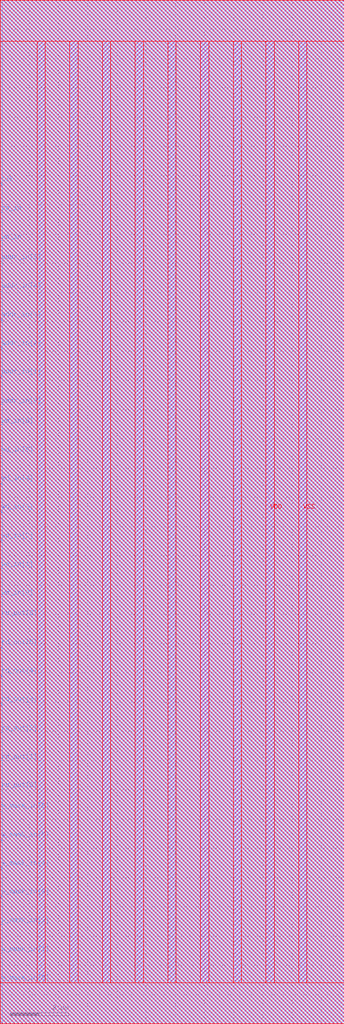
<source format=lef>
VERSION 5.7 ;
BUSBITCHARS "[]" ;
MACRO fakeram45_64x7
  FOREIGN fakeram45_64x7 0 0 ;
  SYMMETRY X Y R90 ;
  SIZE 11.780 BY 35.000 ;
  CLASS BLOCK ;
  PIN w_mask_in[0]
    DIRECTION INPUT ;
    USE SIGNAL ;
    SHAPE ABUTMENT ;
    PORT
      LAYER metal3 ;
      RECT 0.000 1.365 0.070 1.435 ;
    END
  END w_mask_in[0]
  PIN w_mask_in[1]
    DIRECTION INPUT ;
    USE SIGNAL ;
    SHAPE ABUTMENT ;
    PORT
      LAYER metal3 ;
      RECT 0.000 2.345 0.070 2.415 ;
    END
  END w_mask_in[1]
  PIN w_mask_in[2]
    DIRECTION INPUT ;
    USE SIGNAL ;
    SHAPE ABUTMENT ;
    PORT
      LAYER metal3 ;
      RECT 0.000 3.325 0.070 3.395 ;
    END
  END w_mask_in[2]
  PIN w_mask_in[3]
    DIRECTION INPUT ;
    USE SIGNAL ;
    SHAPE ABUTMENT ;
    PORT
      LAYER metal3 ;
      RECT 0.000 4.305 0.070 4.375 ;
    END
  END w_mask_in[3]
  PIN w_mask_in[4]
    DIRECTION INPUT ;
    USE SIGNAL ;
    SHAPE ABUTMENT ;
    PORT
      LAYER metal3 ;
      RECT 0.000 5.285 0.070 5.355 ;
    END
  END w_mask_in[4]
  PIN w_mask_in[5]
    DIRECTION INPUT ;
    USE SIGNAL ;
    SHAPE ABUTMENT ;
    PORT
      LAYER metal3 ;
      RECT 0.000 6.265 0.070 6.335 ;
    END
  END w_mask_in[5]
  PIN w_mask_in[6]
    DIRECTION INPUT ;
    USE SIGNAL ;
    SHAPE ABUTMENT ;
    PORT
      LAYER metal3 ;
      RECT 0.000 7.245 0.070 7.315 ;
    END
  END w_mask_in[6]
  PIN rd_out[0]
    DIRECTION OUTPUT ;
    USE SIGNAL ;
    SHAPE ABUTMENT ;
    PORT
      LAYER metal3 ;
      RECT 0.000 7.945 0.070 8.015 ;
    END
  END rd_out[0]
  PIN rd_out[1]
    DIRECTION OUTPUT ;
    USE SIGNAL ;
    SHAPE ABUTMENT ;
    PORT
      LAYER metal3 ;
      RECT 0.000 8.925 0.070 8.995 ;
    END
  END rd_out[1]
  PIN rd_out[2]
    DIRECTION OUTPUT ;
    USE SIGNAL ;
    SHAPE ABUTMENT ;
    PORT
      LAYER metal3 ;
      RECT 0.000 9.905 0.070 9.975 ;
    END
  END rd_out[2]
  PIN rd_out[3]
    DIRECTION OUTPUT ;
    USE SIGNAL ;
    SHAPE ABUTMENT ;
    PORT
      LAYER metal3 ;
      RECT 0.000 10.885 0.070 10.955 ;
    END
  END rd_out[3]
  PIN rd_out[4]
    DIRECTION OUTPUT ;
    USE SIGNAL ;
    SHAPE ABUTMENT ;
    PORT
      LAYER metal3 ;
      RECT 0.000 11.865 0.070 11.935 ;
    END
  END rd_out[4]
  PIN rd_out[5]
    DIRECTION OUTPUT ;
    USE SIGNAL ;
    SHAPE ABUTMENT ;
    PORT
      LAYER metal3 ;
      RECT 0.000 12.845 0.070 12.915 ;
    END
  END rd_out[5]
  PIN rd_out[6]
    DIRECTION OUTPUT ;
    USE SIGNAL ;
    SHAPE ABUTMENT ;
    PORT
      LAYER metal3 ;
      RECT 0.000 13.825 0.070 13.895 ;
    END
  END rd_out[6]
  PIN wd_in[0]
    DIRECTION INPUT ;
    USE SIGNAL ;
    SHAPE ABUTMENT ;
    PORT
      LAYER metal3 ;
      RECT 0.000 14.525 0.070 14.595 ;
    END
  END wd_in[0]
  PIN wd_in[1]
    DIRECTION INPUT ;
    USE SIGNAL ;
    SHAPE ABUTMENT ;
    PORT
      LAYER metal3 ;
      RECT 0.000 15.505 0.070 15.575 ;
    END
  END wd_in[1]
  PIN wd_in[2]
    DIRECTION INPUT ;
    USE SIGNAL ;
    SHAPE ABUTMENT ;
    PORT
      LAYER metal3 ;
      RECT 0.000 16.485 0.070 16.555 ;
    END
  END wd_in[2]
  PIN wd_in[3]
    DIRECTION INPUT ;
    USE SIGNAL ;
    SHAPE ABUTMENT ;
    PORT
      LAYER metal3 ;
      RECT 0.000 17.465 0.070 17.535 ;
    END
  END wd_in[3]
  PIN wd_in[4]
    DIRECTION INPUT ;
    USE SIGNAL ;
    SHAPE ABUTMENT ;
    PORT
      LAYER metal3 ;
      RECT 0.000 18.445 0.070 18.515 ;
    END
  END wd_in[4]
  PIN wd_in[5]
    DIRECTION INPUT ;
    USE SIGNAL ;
    SHAPE ABUTMENT ;
    PORT
      LAYER metal3 ;
      RECT 0.000 19.425 0.070 19.495 ;
    END
  END wd_in[5]
  PIN wd_in[6]
    DIRECTION INPUT ;
    USE SIGNAL ;
    SHAPE ABUTMENT ;
    PORT
      LAYER metal3 ;
      RECT 0.000 20.405 0.070 20.475 ;
    END
  END wd_in[6]
  PIN addr_in[0]
    DIRECTION INPUT ;
    USE SIGNAL ;
    SHAPE ABUTMENT ;
    PORT
      LAYER metal3 ;
      RECT 0.000 21.105 0.070 21.175 ;
    END
  END addr_in[0]
  PIN addr_in[1]
    DIRECTION INPUT ;
    USE SIGNAL ;
    SHAPE ABUTMENT ;
    PORT
      LAYER metal3 ;
      RECT 0.000 22.085 0.070 22.155 ;
    END
  END addr_in[1]
  PIN addr_in[2]
    DIRECTION INPUT ;
    USE SIGNAL ;
    SHAPE ABUTMENT ;
    PORT
      LAYER metal3 ;
      RECT 0.000 23.065 0.070 23.135 ;
    END
  END addr_in[2]
  PIN addr_in[3]
    DIRECTION INPUT ;
    USE SIGNAL ;
    SHAPE ABUTMENT ;
    PORT
      LAYER metal3 ;
      RECT 0.000 24.045 0.070 24.115 ;
    END
  END addr_in[3]
  PIN addr_in[4]
    DIRECTION INPUT ;
    USE SIGNAL ;
    SHAPE ABUTMENT ;
    PORT
      LAYER metal3 ;
      RECT 0.000 25.025 0.070 25.095 ;
    END
  END addr_in[4]
  PIN addr_in[5]
    DIRECTION INPUT ;
    USE SIGNAL ;
    SHAPE ABUTMENT ;
    PORT
      LAYER metal3 ;
      RECT 0.000 26.005 0.070 26.075 ;
    END
  END addr_in[5]
  PIN we_in
    DIRECTION INPUT ;
    USE SIGNAL ;
    SHAPE ABUTMENT ;
    PORT
      LAYER metal3 ;
      RECT 0.000 26.705 0.070 26.775 ;
    END
  END we_in
  PIN ce_in
    DIRECTION INPUT ;
    USE SIGNAL ;
    SHAPE ABUTMENT ;
    PORT
      LAYER metal3 ;
      RECT 0.000 27.685 0.070 27.755 ;
    END
  END ce_in
  PIN clk
    DIRECTION INPUT ;
    USE SIGNAL ;
    SHAPE ABUTMENT ;
    PORT
      LAYER metal3 ;
      RECT 0.000 28.665 0.070 28.735 ;
    END
  END clk
  PIN VSS
    DIRECTION INOUT ;
    USE GROUND ;
    PORT
      LAYER metal4 ;
      RECT 1.260 1.400 1.540 33.600 ;
      RECT 3.500 1.400 3.780 33.600 ;
      RECT 5.740 1.400 6.020 33.600 ;
      RECT 7.980 1.400 8.260 33.600 ;
      RECT 10.220 1.400 10.500 33.600 ;
    END
  END VSS
  PIN VDD
    DIRECTION INOUT ;
    USE POWER ;
    PORT
      LAYER metal4 ;
      RECT 2.380 1.400 2.660 33.600 ;
      RECT 4.620 1.400 4.900 33.600 ;
      RECT 6.860 1.400 7.140 33.600 ;
      RECT 9.100 1.400 9.380 33.600 ;
    END
  END VDD
  OBS
    LAYER metal1 ;
    RECT 0 0 11.780 35.000 ;
    LAYER metal2 ;
    RECT 0 0 11.780 35.000 ;
    LAYER metal3 ;
    RECT 0.070 0 11.780 35.000 ;
    RECT 0 0.000 0.070 1.365 ;
    RECT 0 1.435 0.070 2.345 ;
    RECT 0 2.415 0.070 3.325 ;
    RECT 0 3.395 0.070 4.305 ;
    RECT 0 4.375 0.070 5.285 ;
    RECT 0 5.355 0.070 6.265 ;
    RECT 0 6.335 0.070 7.245 ;
    RECT 0 7.315 0.070 7.945 ;
    RECT 0 8.015 0.070 8.925 ;
    RECT 0 8.995 0.070 9.905 ;
    RECT 0 9.975 0.070 10.885 ;
    RECT 0 10.955 0.070 11.865 ;
    RECT 0 11.935 0.070 12.845 ;
    RECT 0 12.915 0.070 13.825 ;
    RECT 0 13.895 0.070 14.525 ;
    RECT 0 14.595 0.070 15.505 ;
    RECT 0 15.575 0.070 16.485 ;
    RECT 0 16.555 0.070 17.465 ;
    RECT 0 17.535 0.070 18.445 ;
    RECT 0 18.515 0.070 19.425 ;
    RECT 0 19.495 0.070 20.405 ;
    RECT 0 20.475 0.070 21.105 ;
    RECT 0 21.175 0.070 22.085 ;
    RECT 0 22.155 0.070 23.065 ;
    RECT 0 23.135 0.070 24.045 ;
    RECT 0 24.115 0.070 25.025 ;
    RECT 0 25.095 0.070 26.005 ;
    RECT 0 26.075 0.070 26.705 ;
    RECT 0 26.775 0.070 27.685 ;
    RECT 0 27.755 0.070 28.665 ;
    RECT 0 28.735 0.070 35.000 ;
    LAYER metal4 ;
    RECT 0 0 11.780 1.400 ;
    RECT 0 33.600 11.780 35.000 ;
    RECT 0.000 1.400 1.260 33.600 ;
    RECT 1.540 1.400 2.380 33.600 ;
    RECT 2.660 1.400 3.500 33.600 ;
    RECT 3.780 1.400 4.620 33.600 ;
    RECT 4.900 1.400 5.740 33.600 ;
    RECT 6.020 1.400 6.860 33.600 ;
    RECT 7.140 1.400 7.980 33.600 ;
    RECT 8.260 1.400 9.100 33.600 ;
    RECT 9.380 1.400 10.220 33.600 ;
    RECT 10.500 1.400 11.780 33.600 ;
    LAYER OVERLAP ;
    RECT 0 0 11.780 35.000 ;
  END
END fakeram45_64x7

END LIBRARY

</source>
